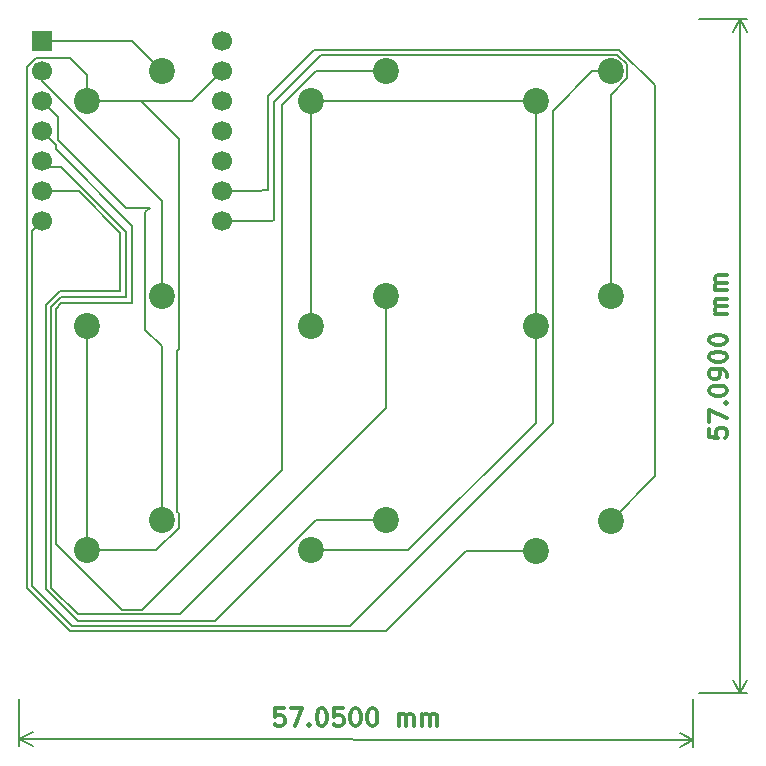
<source format=gbr>
G04 #@! TF.GenerationSoftware,KiCad,Pcbnew,8.0.6*
G04 #@! TF.CreationDate,2024-10-24T18:52:45+08:00*
G04 #@! TF.ProjectId,hackpad,6861636b-7061-4642-9e6b-696361645f70,rev?*
G04 #@! TF.SameCoordinates,Original*
G04 #@! TF.FileFunction,Copper,L1,Top*
G04 #@! TF.FilePolarity,Positive*
%FSLAX46Y46*%
G04 Gerber Fmt 4.6, Leading zero omitted, Abs format (unit mm)*
G04 Created by KiCad (PCBNEW 8.0.6) date 2024-10-24 18:52:45*
%MOMM*%
%LPD*%
G01*
G04 APERTURE LIST*
%ADD10C,0.300000*%
G04 #@! TA.AperFunction,NonConductor*
%ADD11C,0.300000*%
G04 #@! TD*
G04 #@! TA.AperFunction,NonConductor*
%ADD12C,0.200000*%
G04 #@! TD*
G04 #@! TA.AperFunction,ComponentPad*
%ADD13C,2.200000*%
G04 #@! TD*
G04 #@! TA.AperFunction,ComponentPad*
%ADD14R,1.700000X1.700000*%
G04 #@! TD*
G04 #@! TA.AperFunction,ComponentPad*
%ADD15C,1.700000*%
G04 #@! TD*
G04 #@! TA.AperFunction,Conductor*
%ADD16C,0.200000*%
G04 #@! TD*
G04 APERTURE END LIST*
D10*
D11*
X131356223Y-107356382D02*
X130641937Y-107355881D01*
X130641937Y-107355881D02*
X130570008Y-108070117D01*
X130570008Y-108070117D02*
X130641486Y-107998738D01*
X130641486Y-107998738D02*
X130784394Y-107927410D01*
X130784394Y-107927410D02*
X131141536Y-107927660D01*
X131141536Y-107927660D02*
X131284343Y-107999189D01*
X131284343Y-107999189D02*
X131355722Y-108070668D01*
X131355722Y-108070668D02*
X131427050Y-108213575D01*
X131427050Y-108213575D02*
X131426800Y-108570718D01*
X131426800Y-108570718D02*
X131355271Y-108713525D01*
X131355271Y-108713525D02*
X131283793Y-108784903D01*
X131283793Y-108784903D02*
X131140885Y-108856232D01*
X131140885Y-108856232D02*
X130783743Y-108855981D01*
X130783743Y-108855981D02*
X130640936Y-108784453D01*
X130640936Y-108784453D02*
X130569557Y-108712974D01*
X131927651Y-107356783D02*
X132927650Y-107357484D01*
X132927650Y-107357484D02*
X132283742Y-108857033D01*
X133498127Y-108715027D02*
X133569505Y-108786506D01*
X133569505Y-108786506D02*
X133498027Y-108857884D01*
X133498027Y-108857884D02*
X133426648Y-108786406D01*
X133426648Y-108786406D02*
X133498127Y-108715027D01*
X133498127Y-108715027D02*
X133498027Y-108857884D01*
X134499078Y-107358586D02*
X134641936Y-107358686D01*
X134641936Y-107358686D02*
X134784743Y-107430215D01*
X134784743Y-107430215D02*
X134856121Y-107501693D01*
X134856121Y-107501693D02*
X134927449Y-107644601D01*
X134927449Y-107644601D02*
X134998678Y-107930365D01*
X134998678Y-107930365D02*
X134998427Y-108287508D01*
X134998427Y-108287508D02*
X134926798Y-108573172D01*
X134926798Y-108573172D02*
X134855270Y-108715979D01*
X134855270Y-108715979D02*
X134783791Y-108787357D01*
X134783791Y-108787357D02*
X134640884Y-108858686D01*
X134640884Y-108858686D02*
X134498027Y-108858585D01*
X134498027Y-108858585D02*
X134355220Y-108787057D01*
X134355220Y-108787057D02*
X134283841Y-108715578D01*
X134283841Y-108715578D02*
X134212513Y-108572671D01*
X134212513Y-108572671D02*
X134141285Y-108286907D01*
X134141285Y-108286907D02*
X134141535Y-107929764D01*
X134141535Y-107929764D02*
X134213164Y-107644100D01*
X134213164Y-107644100D02*
X134284693Y-107501293D01*
X134284693Y-107501293D02*
X134356171Y-107429914D01*
X134356171Y-107429914D02*
X134499078Y-107358586D01*
X136356220Y-107359888D02*
X135641935Y-107359387D01*
X135641935Y-107359387D02*
X135570006Y-108073623D01*
X135570006Y-108073623D02*
X135641484Y-108002244D01*
X135641484Y-108002244D02*
X135784391Y-107930916D01*
X135784391Y-107930916D02*
X136141534Y-107931166D01*
X136141534Y-107931166D02*
X136284341Y-108002695D01*
X136284341Y-108002695D02*
X136355720Y-108074174D01*
X136355720Y-108074174D02*
X136427048Y-108217081D01*
X136427048Y-108217081D02*
X136426798Y-108574223D01*
X136426798Y-108574223D02*
X136355269Y-108717030D01*
X136355269Y-108717030D02*
X136283790Y-108788409D01*
X136283790Y-108788409D02*
X136140883Y-108859737D01*
X136140883Y-108859737D02*
X135783740Y-108859487D01*
X135783740Y-108859487D02*
X135640933Y-108787958D01*
X135640933Y-108787958D02*
X135569555Y-108716480D01*
X137356220Y-107360589D02*
X137499077Y-107360689D01*
X137499077Y-107360689D02*
X137641884Y-107432218D01*
X137641884Y-107432218D02*
X137713262Y-107503697D01*
X137713262Y-107503697D02*
X137784591Y-107646604D01*
X137784591Y-107646604D02*
X137855819Y-107932368D01*
X137855819Y-107932368D02*
X137855569Y-108289511D01*
X137855569Y-108289511D02*
X137783940Y-108575175D01*
X137783940Y-108575175D02*
X137712411Y-108717982D01*
X137712411Y-108717982D02*
X137640932Y-108789361D01*
X137640932Y-108789361D02*
X137498025Y-108860689D01*
X137498025Y-108860689D02*
X137355168Y-108860589D01*
X137355168Y-108860589D02*
X137212361Y-108789060D01*
X137212361Y-108789060D02*
X137140983Y-108717581D01*
X137140983Y-108717581D02*
X137069654Y-108574674D01*
X137069654Y-108574674D02*
X136998426Y-108288910D01*
X136998426Y-108288910D02*
X136998676Y-107931767D01*
X136998676Y-107931767D02*
X137070305Y-107646103D01*
X137070305Y-107646103D02*
X137141834Y-107503296D01*
X137141834Y-107503296D02*
X137213313Y-107431918D01*
X137213313Y-107431918D02*
X137356220Y-107360589D01*
X138784790Y-107361591D02*
X138927648Y-107361691D01*
X138927648Y-107361691D02*
X139070455Y-107433220D01*
X139070455Y-107433220D02*
X139141833Y-107504698D01*
X139141833Y-107504698D02*
X139213161Y-107647605D01*
X139213161Y-107647605D02*
X139284390Y-107933370D01*
X139284390Y-107933370D02*
X139284139Y-108290513D01*
X139284139Y-108290513D02*
X139212510Y-108576177D01*
X139212510Y-108576177D02*
X139140982Y-108718984D01*
X139140982Y-108718984D02*
X139069503Y-108790362D01*
X139069503Y-108790362D02*
X138926596Y-108861691D01*
X138926596Y-108861691D02*
X138783739Y-108861590D01*
X138783739Y-108861590D02*
X138640932Y-108790062D01*
X138640932Y-108790062D02*
X138569553Y-108718583D01*
X138569553Y-108718583D02*
X138498225Y-108575676D01*
X138498225Y-108575676D02*
X138426997Y-108289912D01*
X138426997Y-108289912D02*
X138427247Y-107932769D01*
X138427247Y-107932769D02*
X138498876Y-107647105D01*
X138498876Y-107647105D02*
X138570405Y-107504298D01*
X138570405Y-107504298D02*
X138641883Y-107432919D01*
X138641883Y-107432919D02*
X138784790Y-107361591D01*
X141069452Y-108863193D02*
X141070153Y-107863193D01*
X141070053Y-108006050D02*
X141141531Y-107934672D01*
X141141531Y-107934672D02*
X141284439Y-107863343D01*
X141284439Y-107863343D02*
X141498724Y-107863494D01*
X141498724Y-107863494D02*
X141641531Y-107935022D01*
X141641531Y-107935022D02*
X141712860Y-108077930D01*
X141712860Y-108077930D02*
X141712309Y-108863644D01*
X141712860Y-108077930D02*
X141784388Y-107935123D01*
X141784388Y-107935123D02*
X141927296Y-107863794D01*
X141927296Y-107863794D02*
X142141581Y-107863944D01*
X142141581Y-107863944D02*
X142284388Y-107935473D01*
X142284388Y-107935473D02*
X142355717Y-108078380D01*
X142355717Y-108078380D02*
X142355166Y-108864094D01*
X143069451Y-108864595D02*
X143070153Y-107864595D01*
X143070052Y-108007453D02*
X143141531Y-107936074D01*
X143141531Y-107936074D02*
X143284438Y-107864746D01*
X143284438Y-107864746D02*
X143498724Y-107864896D01*
X143498724Y-107864896D02*
X143641531Y-107936425D01*
X143641531Y-107936425D02*
X143712859Y-108079332D01*
X143712859Y-108079332D02*
X143712308Y-108865046D01*
X143712859Y-108079332D02*
X143784388Y-107936525D01*
X143784388Y-107936525D02*
X143927295Y-107865196D01*
X143927295Y-107865196D02*
X144141581Y-107865347D01*
X144141581Y-107865347D02*
X144284388Y-107936875D01*
X144284388Y-107936875D02*
X144355716Y-108079783D01*
X144355716Y-108079783D02*
X144355165Y-108865497D01*
D12*
X166024649Y-106565000D02*
X166021828Y-110588781D01*
X108974649Y-106525000D02*
X108971828Y-110548781D01*
X166022239Y-110002361D02*
X108972239Y-109962361D01*
X166022239Y-110002361D02*
X108972239Y-109962361D01*
X166022239Y-110002361D02*
X164895324Y-110587992D01*
X166022239Y-110002361D02*
X164896147Y-109415151D01*
X108972239Y-109962361D02*
X110099154Y-109376730D01*
X108972239Y-109962361D02*
X110098331Y-110549571D01*
D10*
D11*
X167378328Y-83662855D02*
X167378328Y-84377141D01*
X167378328Y-84377141D02*
X168092614Y-84448569D01*
X168092614Y-84448569D02*
X168021185Y-84377141D01*
X168021185Y-84377141D02*
X167949757Y-84234284D01*
X167949757Y-84234284D02*
X167949757Y-83877141D01*
X167949757Y-83877141D02*
X168021185Y-83734284D01*
X168021185Y-83734284D02*
X168092614Y-83662855D01*
X168092614Y-83662855D02*
X168235471Y-83591426D01*
X168235471Y-83591426D02*
X168592614Y-83591426D01*
X168592614Y-83591426D02*
X168735471Y-83662855D01*
X168735471Y-83662855D02*
X168806900Y-83734284D01*
X168806900Y-83734284D02*
X168878328Y-83877141D01*
X168878328Y-83877141D02*
X168878328Y-84234284D01*
X168878328Y-84234284D02*
X168806900Y-84377141D01*
X168806900Y-84377141D02*
X168735471Y-84448569D01*
X167378328Y-83091427D02*
X167378328Y-82091427D01*
X167378328Y-82091427D02*
X168878328Y-82734284D01*
X168735471Y-81519999D02*
X168806900Y-81448570D01*
X168806900Y-81448570D02*
X168878328Y-81519999D01*
X168878328Y-81519999D02*
X168806900Y-81591427D01*
X168806900Y-81591427D02*
X168735471Y-81519999D01*
X168735471Y-81519999D02*
X168878328Y-81519999D01*
X167378328Y-80519998D02*
X167378328Y-80377141D01*
X167378328Y-80377141D02*
X167449757Y-80234284D01*
X167449757Y-80234284D02*
X167521185Y-80162856D01*
X167521185Y-80162856D02*
X167664042Y-80091427D01*
X167664042Y-80091427D02*
X167949757Y-80019998D01*
X167949757Y-80019998D02*
X168306900Y-80019998D01*
X168306900Y-80019998D02*
X168592614Y-80091427D01*
X168592614Y-80091427D02*
X168735471Y-80162856D01*
X168735471Y-80162856D02*
X168806900Y-80234284D01*
X168806900Y-80234284D02*
X168878328Y-80377141D01*
X168878328Y-80377141D02*
X168878328Y-80519998D01*
X168878328Y-80519998D02*
X168806900Y-80662856D01*
X168806900Y-80662856D02*
X168735471Y-80734284D01*
X168735471Y-80734284D02*
X168592614Y-80805713D01*
X168592614Y-80805713D02*
X168306900Y-80877141D01*
X168306900Y-80877141D02*
X167949757Y-80877141D01*
X167949757Y-80877141D02*
X167664042Y-80805713D01*
X167664042Y-80805713D02*
X167521185Y-80734284D01*
X167521185Y-80734284D02*
X167449757Y-80662856D01*
X167449757Y-80662856D02*
X167378328Y-80519998D01*
X168878328Y-79305713D02*
X168878328Y-79019999D01*
X168878328Y-79019999D02*
X168806900Y-78877142D01*
X168806900Y-78877142D02*
X168735471Y-78805713D01*
X168735471Y-78805713D02*
X168521185Y-78662856D01*
X168521185Y-78662856D02*
X168235471Y-78591427D01*
X168235471Y-78591427D02*
X167664042Y-78591427D01*
X167664042Y-78591427D02*
X167521185Y-78662856D01*
X167521185Y-78662856D02*
X167449757Y-78734285D01*
X167449757Y-78734285D02*
X167378328Y-78877142D01*
X167378328Y-78877142D02*
X167378328Y-79162856D01*
X167378328Y-79162856D02*
X167449757Y-79305713D01*
X167449757Y-79305713D02*
X167521185Y-79377142D01*
X167521185Y-79377142D02*
X167664042Y-79448570D01*
X167664042Y-79448570D02*
X168021185Y-79448570D01*
X168021185Y-79448570D02*
X168164042Y-79377142D01*
X168164042Y-79377142D02*
X168235471Y-79305713D01*
X168235471Y-79305713D02*
X168306900Y-79162856D01*
X168306900Y-79162856D02*
X168306900Y-78877142D01*
X168306900Y-78877142D02*
X168235471Y-78734285D01*
X168235471Y-78734285D02*
X168164042Y-78662856D01*
X168164042Y-78662856D02*
X168021185Y-78591427D01*
X167378328Y-77662856D02*
X167378328Y-77519999D01*
X167378328Y-77519999D02*
X167449757Y-77377142D01*
X167449757Y-77377142D02*
X167521185Y-77305714D01*
X167521185Y-77305714D02*
X167664042Y-77234285D01*
X167664042Y-77234285D02*
X167949757Y-77162856D01*
X167949757Y-77162856D02*
X168306900Y-77162856D01*
X168306900Y-77162856D02*
X168592614Y-77234285D01*
X168592614Y-77234285D02*
X168735471Y-77305714D01*
X168735471Y-77305714D02*
X168806900Y-77377142D01*
X168806900Y-77377142D02*
X168878328Y-77519999D01*
X168878328Y-77519999D02*
X168878328Y-77662856D01*
X168878328Y-77662856D02*
X168806900Y-77805714D01*
X168806900Y-77805714D02*
X168735471Y-77877142D01*
X168735471Y-77877142D02*
X168592614Y-77948571D01*
X168592614Y-77948571D02*
X168306900Y-78019999D01*
X168306900Y-78019999D02*
X167949757Y-78019999D01*
X167949757Y-78019999D02*
X167664042Y-77948571D01*
X167664042Y-77948571D02*
X167521185Y-77877142D01*
X167521185Y-77877142D02*
X167449757Y-77805714D01*
X167449757Y-77805714D02*
X167378328Y-77662856D01*
X167378328Y-76234285D02*
X167378328Y-76091428D01*
X167378328Y-76091428D02*
X167449757Y-75948571D01*
X167449757Y-75948571D02*
X167521185Y-75877143D01*
X167521185Y-75877143D02*
X167664042Y-75805714D01*
X167664042Y-75805714D02*
X167949757Y-75734285D01*
X167949757Y-75734285D02*
X168306900Y-75734285D01*
X168306900Y-75734285D02*
X168592614Y-75805714D01*
X168592614Y-75805714D02*
X168735471Y-75877143D01*
X168735471Y-75877143D02*
X168806900Y-75948571D01*
X168806900Y-75948571D02*
X168878328Y-76091428D01*
X168878328Y-76091428D02*
X168878328Y-76234285D01*
X168878328Y-76234285D02*
X168806900Y-76377143D01*
X168806900Y-76377143D02*
X168735471Y-76448571D01*
X168735471Y-76448571D02*
X168592614Y-76520000D01*
X168592614Y-76520000D02*
X168306900Y-76591428D01*
X168306900Y-76591428D02*
X167949757Y-76591428D01*
X167949757Y-76591428D02*
X167664042Y-76520000D01*
X167664042Y-76520000D02*
X167521185Y-76448571D01*
X167521185Y-76448571D02*
X167449757Y-76377143D01*
X167449757Y-76377143D02*
X167378328Y-76234285D01*
X168878328Y-73948572D02*
X167878328Y-73948572D01*
X168021185Y-73948572D02*
X167949757Y-73877143D01*
X167949757Y-73877143D02*
X167878328Y-73734286D01*
X167878328Y-73734286D02*
X167878328Y-73520000D01*
X167878328Y-73520000D02*
X167949757Y-73377143D01*
X167949757Y-73377143D02*
X168092614Y-73305715D01*
X168092614Y-73305715D02*
X168878328Y-73305715D01*
X168092614Y-73305715D02*
X167949757Y-73234286D01*
X167949757Y-73234286D02*
X167878328Y-73091429D01*
X167878328Y-73091429D02*
X167878328Y-72877143D01*
X167878328Y-72877143D02*
X167949757Y-72734286D01*
X167949757Y-72734286D02*
X168092614Y-72662857D01*
X168092614Y-72662857D02*
X168878328Y-72662857D01*
X168878328Y-71948572D02*
X167878328Y-71948572D01*
X168021185Y-71948572D02*
X167949757Y-71877143D01*
X167949757Y-71877143D02*
X167878328Y-71734286D01*
X167878328Y-71734286D02*
X167878328Y-71520000D01*
X167878328Y-71520000D02*
X167949757Y-71377143D01*
X167949757Y-71377143D02*
X168092614Y-71305715D01*
X168092614Y-71305715D02*
X168878328Y-71305715D01*
X168092614Y-71305715D02*
X167949757Y-71234286D01*
X167949757Y-71234286D02*
X167878328Y-71091429D01*
X167878328Y-71091429D02*
X167878328Y-70877143D01*
X167878328Y-70877143D02*
X167949757Y-70734286D01*
X167949757Y-70734286D02*
X168092614Y-70662857D01*
X168092614Y-70662857D02*
X168878328Y-70662857D01*
D12*
X166525000Y-48975000D02*
X170586420Y-48975000D01*
X166525000Y-106065000D02*
X170586420Y-106065000D01*
X170000000Y-48975000D02*
X170000000Y-106065000D01*
X170000000Y-48975000D02*
X170000000Y-106065000D01*
X170000000Y-48975000D02*
X170586421Y-50101504D01*
X170000000Y-48975000D02*
X169413579Y-50101504D01*
X170000000Y-106065000D02*
X169413579Y-104938496D01*
X170000000Y-106065000D02*
X170586421Y-104938496D01*
D13*
X159040000Y-91460000D03*
X152690000Y-94000000D03*
X159040000Y-53420000D03*
X152690000Y-55960000D03*
X121040000Y-91420000D03*
X114690000Y-93960000D03*
X121040000Y-53420000D03*
X114690000Y-55960000D03*
D14*
X110875000Y-50880000D03*
D15*
X110875000Y-53420000D03*
X110875000Y-55960000D03*
X110875000Y-58500000D03*
X110875000Y-61040000D03*
X110875000Y-63580000D03*
X110875000Y-66120000D03*
X126125000Y-66120000D03*
X126125000Y-63580000D03*
X126125000Y-61040000D03*
X126125000Y-58500000D03*
X126125000Y-55960000D03*
X126125000Y-53420000D03*
X126125000Y-50880000D03*
D13*
X159040000Y-72420000D03*
X152690000Y-74960000D03*
X140040000Y-72420000D03*
X133690000Y-74960000D03*
X140040000Y-91420000D03*
X133690000Y-93960000D03*
X121040000Y-72420000D03*
X114690000Y-74960000D03*
X140040000Y-53420000D03*
X133690000Y-55960000D03*
D16*
X113270000Y-52270000D02*
X114690000Y-53690000D01*
X110398654Y-52270000D02*
X113270000Y-52270000D01*
X146777056Y-94000000D02*
X139977056Y-100800000D01*
X152690000Y-55960000D02*
X133690000Y-55960000D01*
X113234314Y-100800000D02*
X109625000Y-97190686D01*
X109625000Y-97190686D02*
X109625000Y-53043654D01*
X114690000Y-53690000D02*
X114690000Y-55960000D01*
X123585000Y-55960000D02*
X126125000Y-53420000D01*
X114690000Y-55960000D02*
X119283402Y-55960000D01*
X152690000Y-94000000D02*
X146777056Y-94000000D01*
X122441472Y-76941472D02*
X122299950Y-77082994D01*
X122299950Y-90700051D02*
X122440000Y-90840101D01*
X122440000Y-92060000D02*
X120540000Y-93960000D01*
X114690000Y-55960000D02*
X123585000Y-55960000D01*
X139977056Y-100800000D02*
X113234314Y-100800000D01*
X122440000Y-90840101D02*
X122440000Y-92060000D01*
X152690000Y-83160000D02*
X141890000Y-93960000D01*
X122299950Y-77082994D02*
X122299950Y-90700051D01*
X120540000Y-93960000D02*
X114690000Y-93960000D01*
X114690000Y-74960000D02*
X114690000Y-93960000D01*
X119283402Y-55960000D02*
X122441472Y-59118070D01*
X152690000Y-55960000D02*
X152690000Y-74960000D01*
X109625000Y-53043654D02*
X110398654Y-52270000D01*
X141890000Y-93960000D02*
X133690000Y-93960000D01*
X133690000Y-55960000D02*
X133690000Y-74960000D01*
X122441472Y-59118070D02*
X122441472Y-76941472D01*
X152690000Y-74960000D02*
X152690000Y-83160000D01*
X159040000Y-91460000D02*
X162780000Y-87720000D01*
X130000000Y-63500000D02*
X129500000Y-63500000D01*
X130000000Y-55500000D02*
X130000000Y-63500000D01*
X129500000Y-63500000D02*
X129420000Y-63580000D01*
X162780000Y-87720000D02*
X162780000Y-54614415D01*
X133900000Y-51600000D02*
X130000000Y-55500000D01*
X162780000Y-54614415D02*
X159765585Y-51600000D01*
X129420000Y-63580000D02*
X126125000Y-63580000D01*
X159765585Y-51600000D02*
X133900000Y-51600000D01*
X159040000Y-55399899D02*
X160440000Y-53999899D01*
X130380000Y-66120000D02*
X126125000Y-66120000D01*
X130500000Y-66000000D02*
X130380000Y-66120000D01*
X134500000Y-52000000D02*
X130500000Y-56000000D01*
X130500000Y-56000000D02*
X130500000Y-66000000D01*
X160440000Y-52840101D02*
X159599899Y-52000000D01*
X159599899Y-52000000D02*
X134500000Y-52000000D01*
X160440000Y-53999899D02*
X160440000Y-52840101D01*
X159040000Y-72420000D02*
X159040000Y-55399899D01*
X110875000Y-66120000D02*
X110025000Y-66970000D01*
X110025000Y-66970000D02*
X110025000Y-97025000D01*
X157484366Y-53420000D02*
X159040000Y-53420000D01*
X113400000Y-100400000D02*
X136982944Y-100400000D01*
X136982944Y-100400000D02*
X154150000Y-83232944D01*
X154150000Y-56754366D02*
X157484366Y-53420000D01*
X110025000Y-97025000D02*
X113400000Y-100400000D01*
X154150000Y-83232944D02*
X154150000Y-56754366D01*
X117500000Y-67065686D02*
X117500000Y-72000000D01*
X113934314Y-100000000D02*
X125500000Y-100000000D01*
X110875000Y-63580000D02*
X114014314Y-63580000D01*
X114014314Y-63580000D02*
X117500000Y-67065686D01*
X112393630Y-72000000D02*
X111225000Y-73168630D01*
X134080000Y-91420000D02*
X140040000Y-91420000D01*
X111225000Y-97290686D02*
X113934314Y-100000000D01*
X125500000Y-100000000D02*
X134080000Y-91420000D01*
X111225000Y-73168630D02*
X111225000Y-97290686D01*
X117500000Y-72000000D02*
X112393630Y-72000000D01*
X112500000Y-61500000D02*
X118000000Y-67000000D01*
X112459315Y-72500000D02*
X111625000Y-73334315D01*
X118000000Y-67000000D02*
X118000000Y-72500000D01*
X122600000Y-99400000D02*
X140040000Y-81960000D01*
X140040000Y-81960000D02*
X140040000Y-72420000D01*
X113900000Y-99400000D02*
X122600000Y-99400000D01*
X111625000Y-73334315D02*
X111625000Y-97125000D01*
X111335000Y-61500000D02*
X112500000Y-61500000D01*
X110875000Y-61040000D02*
X111335000Y-61500000D01*
X118000000Y-72500000D02*
X112459315Y-72500000D01*
X111625000Y-97125000D02*
X113900000Y-99400000D01*
X110875000Y-58500000D02*
X112025000Y-59650000D01*
X118500000Y-73000000D02*
X112525000Y-73000000D01*
X131220000Y-87162944D02*
X131220000Y-56280000D01*
X112025000Y-59650000D02*
X112025000Y-60025000D01*
X112025000Y-73500000D02*
X112025000Y-93407944D01*
X134080000Y-53420000D02*
X140040000Y-53420000D01*
X112025000Y-93407944D02*
X117617056Y-99000000D01*
X119382944Y-99000000D02*
X131220000Y-87162944D01*
X112525000Y-73000000D02*
X112025000Y-73500000D01*
X118500000Y-66500000D02*
X118500000Y-73000000D01*
X131220000Y-56280000D02*
X134080000Y-53420000D01*
X112025000Y-60025000D02*
X118500000Y-66500000D01*
X117617056Y-99000000D02*
X119382944Y-99000000D01*
X119640000Y-75316598D02*
X121040000Y-76716598D01*
X121040000Y-76716598D02*
X121040000Y-91420000D01*
X112220000Y-59220000D02*
X118000000Y-65000000D01*
X118000000Y-65000000D02*
X120000000Y-65000000D01*
X119640000Y-65360000D02*
X119640000Y-75316598D01*
X112220000Y-57305000D02*
X112220000Y-59220000D01*
X110875000Y-55960000D02*
X112220000Y-57305000D01*
X120000000Y-65000000D02*
X119640000Y-65360000D01*
X118500000Y-50880000D02*
X121040000Y-53420000D01*
X110875000Y-50880000D02*
X118500000Y-50880000D01*
X110875000Y-53420000D02*
X110875000Y-54257944D01*
X121040000Y-64422944D02*
X121040000Y-72420000D01*
X110875000Y-54257944D02*
X121040000Y-64422944D01*
M02*

</source>
